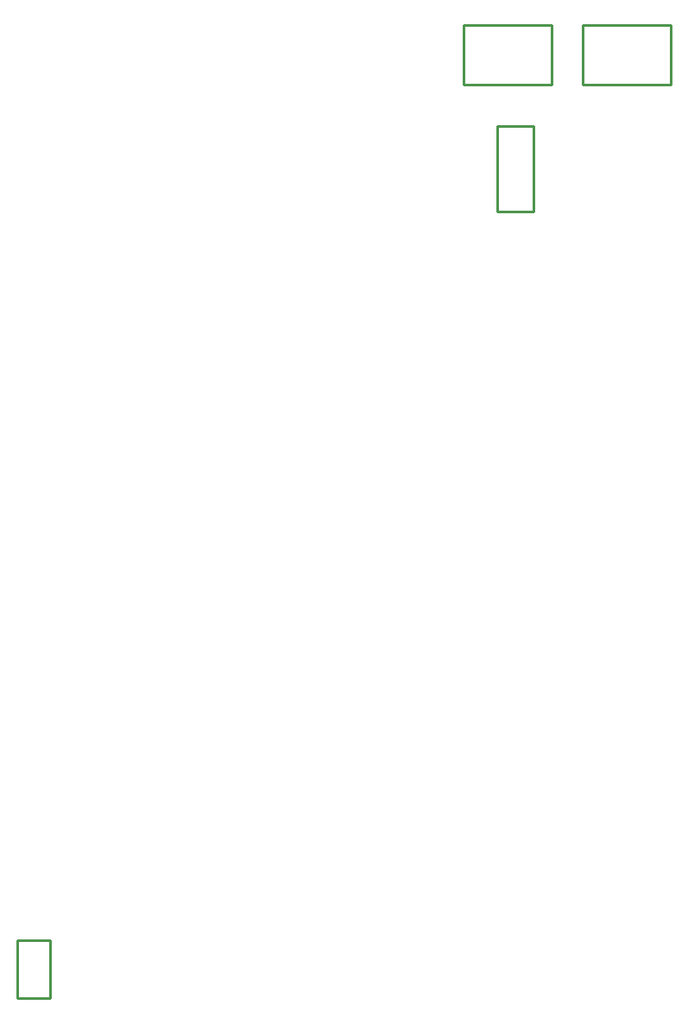
<source format=gm1>
G04*
G04 #@! TF.GenerationSoftware,Altium Limited,Altium Designer,23.1.1 (15)*
G04*
G04 Layer_Color=16711935*
%FSLAX23Y23*%
%MOIN*%
G70*
G04*
G04 #@! TF.SameCoordinates,B68BBF77-7371-4CB0-954A-CE103CC9DB12*
G04*
G04*
G04 #@! TF.FilePolarity,Positive*
G04*
G01*
G75*
%ADD16C,0.010*%
D16*
X4721Y4118D02*
Y4345D01*
X4382Y4118D02*
Y4345D01*
Y4118D02*
X4721D01*
X4382Y4345D02*
X4721D01*
X4261Y4118D02*
Y4345D01*
X3922Y4118D02*
Y4345D01*
Y4118D02*
X4261D01*
X3922Y4345D02*
X4261D01*
X4050Y3627D02*
X4192D01*
X4050Y3958D02*
X4192D01*
X4050Y3627D02*
Y3958D01*
X4192Y3627D02*
Y3958D01*
X2199Y813D02*
X2325D01*
X2199Y589D02*
X2325D01*
Y813D01*
X2199Y589D02*
Y813D01*
M02*

</source>
